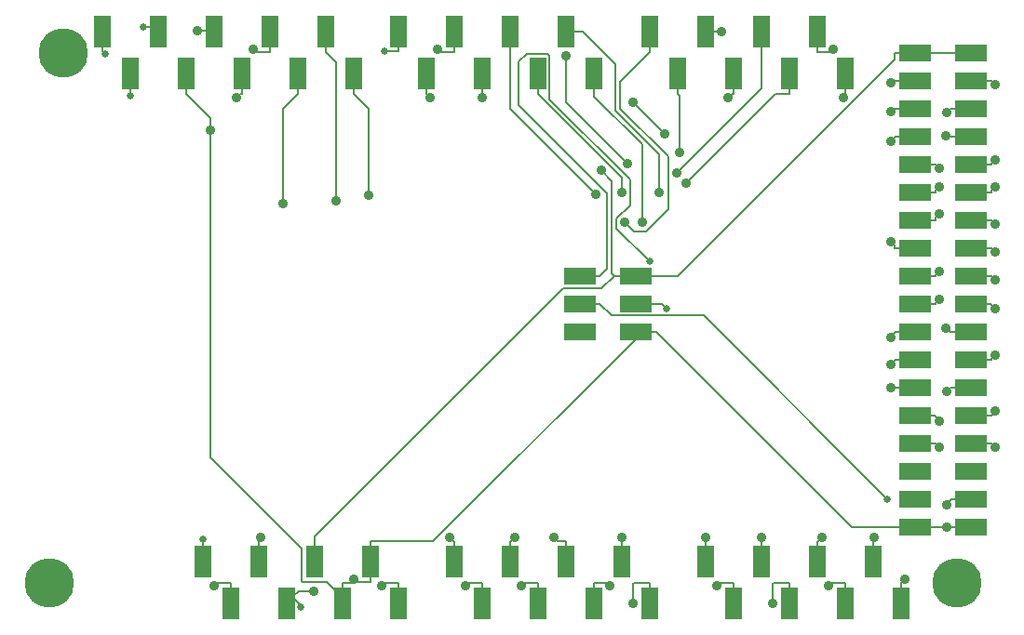
<source format=gbl>
G04 (created by PCBNEW-RS274X (2012-01-19 BZR 3256)-stable) date 16/02/2013 15:24:50*
G01*
G70*
G90*
%MOIN*%
G04 Gerber Fmt 3.4, Leading zero omitted, Abs format*
%FSLAX34Y34*%
G04 APERTURE LIST*
%ADD10C,0.006000*%
%ADD11R,0.060000X0.118100*%
%ADD12R,0.118100X0.060000*%
%ADD13C,0.177200*%
%ADD14C,0.035000*%
%ADD15C,0.026000*%
%ADD16C,0.008000*%
G04 APERTURE END LIST*
G54D10*
G54D11*
X07000Y02250D03*
X08000Y00750D03*
X09000Y02250D03*
X10000Y00750D03*
X11000Y02250D03*
X12000Y00750D03*
X13000Y02250D03*
X14000Y00750D03*
X16000Y02250D03*
X17000Y00750D03*
X18000Y02250D03*
X19000Y00750D03*
X20000Y02250D03*
X21000Y00750D03*
X22000Y02250D03*
X23000Y00750D03*
X25000Y02250D03*
X26000Y00750D03*
X27000Y02250D03*
X28000Y00750D03*
X29000Y02250D03*
X30000Y00750D03*
X31000Y02250D03*
X32000Y00750D03*
X14000Y21250D03*
X15000Y19750D03*
X16000Y21250D03*
X17000Y19750D03*
X18000Y21250D03*
X19000Y19750D03*
X20000Y21250D03*
X21000Y19750D03*
X23000Y21250D03*
X24000Y19750D03*
X25000Y21250D03*
X26000Y19750D03*
X27000Y21250D03*
X28000Y19750D03*
X29000Y21250D03*
X30000Y19750D03*
X03400Y21250D03*
X04400Y19750D03*
X05400Y21250D03*
X06400Y19750D03*
X07400Y21250D03*
X08400Y19750D03*
X09400Y21250D03*
X10400Y19750D03*
X11400Y21250D03*
X12400Y19750D03*
G54D12*
X20500Y12500D03*
X22500Y12500D03*
X22500Y11500D03*
X22500Y10500D03*
X20500Y11500D03*
X20500Y10500D03*
X32500Y20500D03*
X34500Y20500D03*
X32500Y15500D03*
X34500Y19500D03*
X32500Y14500D03*
X34500Y18500D03*
X32500Y13500D03*
X34500Y17500D03*
X32500Y12500D03*
X34500Y16500D03*
X32500Y11500D03*
X34500Y15500D03*
X32500Y10500D03*
X34500Y14500D03*
X32500Y09500D03*
X34500Y13500D03*
X32500Y08500D03*
X34500Y12500D03*
X32500Y07500D03*
X34500Y11500D03*
X32500Y06500D03*
X34500Y10500D03*
X32500Y05500D03*
X34500Y09500D03*
X34500Y08500D03*
X32500Y04500D03*
X34500Y07500D03*
X34500Y05500D03*
X34500Y04500D03*
X34500Y03500D03*
X32500Y03500D03*
X32500Y19500D03*
X32500Y18500D03*
X32500Y17500D03*
X32500Y16500D03*
X34500Y06500D03*
G54D13*
X01500Y01500D03*
X02000Y20500D03*
X34000Y01500D03*
G54D14*
X13405Y01380D03*
G54D15*
X10518Y00614D03*
G54D14*
X10984Y01186D03*
X21269Y16272D03*
G54D15*
X04886Y21411D03*
G54D14*
X08204Y18871D03*
X06808Y21271D03*
X31629Y19432D03*
X35372Y19361D03*
X33629Y18338D03*
X33620Y17517D03*
X35372Y16647D03*
X35374Y15676D03*
X33380Y14730D03*
X35378Y14355D03*
X35373Y13360D03*
X35374Y12359D03*
X35369Y11317D03*
X31629Y10300D03*
X33622Y10630D03*
X31626Y09325D03*
X35378Y09660D03*
X31626Y08486D03*
X33631Y08365D03*
X35379Y07646D03*
X35372Y06346D03*
X33625Y04300D03*
G54D15*
X13522Y20536D03*
G54D14*
X07412Y01381D03*
X09065Y03129D03*
G54D15*
X07000Y03067D03*
X03493Y20444D03*
X04400Y18937D03*
G54D14*
X27000Y03119D03*
X27422Y00750D03*
X29183Y03124D03*
X18421Y01388D03*
X19580Y03119D03*
X21590Y01375D03*
X25421Y01384D03*
X25579Y21250D03*
X25820Y18872D03*
X33377Y16356D03*
X31629Y18372D03*
X31630Y17311D03*
X31625Y13730D03*
X33377Y15695D03*
X33370Y12649D03*
X09877Y15082D03*
X11779Y15176D03*
X12943Y15396D03*
X07277Y17718D03*
X33625Y03500D03*
X12420Y01615D03*
G54D15*
X22997Y13017D03*
X23608Y11332D03*
G54D14*
X22422Y18718D03*
X23545Y17585D03*
X20000Y20380D03*
X22195Y16516D03*
G54D15*
X31517Y04500D03*
G54D14*
X29925Y18872D03*
X29581Y20616D03*
X08822Y20612D03*
X15151Y18878D03*
X15422Y20612D03*
X17000Y18869D03*
X29409Y01375D03*
X31040Y03124D03*
X32153Y01625D03*
X22725Y14411D03*
X23338Y15482D03*
X22003Y15486D03*
X21080Y15419D03*
X16411Y01370D03*
X33372Y11665D03*
X15831Y03123D03*
X24059Y16911D03*
X22120Y14407D03*
X22421Y00750D03*
X18185Y03122D03*
X22000Y03130D03*
X24296Y15804D03*
X23977Y16184D03*
X33372Y06347D03*
X25000Y03123D03*
X33376Y07292D03*
G54D16*
X14000Y01483D02*
X14000Y00750D01*
X13508Y01483D02*
X14000Y01483D01*
X13405Y01380D02*
X13508Y01483D01*
X10218Y00968D02*
X10518Y00668D01*
X10518Y00668D02*
X10518Y00614D01*
X10218Y00968D02*
X10436Y01186D01*
X10000Y00750D02*
X10218Y00968D01*
X10436Y01186D02*
X10984Y01186D01*
X21643Y15898D02*
X21643Y12583D01*
X31766Y20500D02*
X32500Y20500D01*
X31766Y20249D02*
X31766Y20500D01*
X24017Y12500D02*
X31766Y20249D01*
X22500Y12500D02*
X24017Y12500D01*
X21643Y12583D02*
X21726Y12500D01*
X21269Y16272D02*
X21643Y15898D01*
X34500Y20500D02*
X32500Y20500D01*
X22500Y12500D02*
X21726Y12500D01*
X11000Y03159D02*
X11000Y02250D01*
X21283Y12057D02*
X19898Y12057D01*
X21726Y12500D02*
X21283Y12057D01*
X19898Y12057D02*
X11000Y03159D01*
X05239Y21411D02*
X04886Y21411D01*
X05400Y21250D02*
X05239Y21411D01*
X08400Y19750D02*
X08400Y19016D01*
X08349Y19016D02*
X08204Y18871D01*
X08400Y19016D02*
X08349Y19016D01*
X06808Y21271D02*
X07379Y21271D01*
X07379Y21271D02*
X07400Y21250D01*
X31698Y19432D02*
X31766Y19500D01*
X31629Y19432D02*
X31698Y19432D01*
X31766Y19500D02*
X32500Y19500D01*
X35233Y19500D02*
X34500Y19500D01*
X35372Y19361D02*
X35233Y19500D01*
X34500Y18500D02*
X33766Y18500D01*
X33766Y18500D02*
X33766Y18475D01*
X33766Y18475D02*
X33629Y18338D01*
X33749Y17517D02*
X33620Y17517D01*
X33766Y17500D02*
X33749Y17517D01*
X34500Y17500D02*
X33766Y17500D01*
X35233Y16500D02*
X34500Y16500D01*
X35233Y16508D02*
X35233Y16500D01*
X35372Y16647D02*
X35233Y16508D01*
X34500Y15500D02*
X35233Y15500D01*
X35233Y15535D02*
X35374Y15676D01*
X35233Y15500D02*
X35233Y15535D01*
X33233Y14500D02*
X32500Y14500D01*
X33233Y14583D02*
X33233Y14500D01*
X33380Y14730D02*
X33233Y14583D01*
X35233Y14500D02*
X35378Y14355D01*
X34500Y14500D02*
X35233Y14500D01*
X35373Y13360D02*
X35233Y13500D01*
X35233Y13500D02*
X34500Y13500D01*
X35233Y12500D02*
X34500Y12500D01*
X35374Y12359D02*
X35233Y12500D01*
X35233Y11500D02*
X34500Y11500D01*
X35233Y11453D02*
X35233Y11500D01*
X35369Y11317D02*
X35233Y11453D01*
X31766Y10500D02*
X32500Y10500D01*
X31766Y10437D02*
X31766Y10500D01*
X31629Y10300D02*
X31766Y10437D01*
X33766Y10500D02*
X33636Y10630D01*
X33636Y10630D02*
X33622Y10630D01*
X34500Y10500D02*
X33766Y10500D01*
X31766Y09465D02*
X31626Y09325D01*
X31766Y09500D02*
X31766Y09465D01*
X32500Y09500D02*
X31766Y09500D01*
X35233Y09515D02*
X35378Y09660D01*
X35233Y09500D02*
X35233Y09515D01*
X34500Y09500D02*
X35233Y09500D01*
X31752Y08486D02*
X31626Y08486D01*
X32500Y08500D02*
X31766Y08500D01*
X31766Y08500D02*
X31752Y08486D01*
X33631Y08365D02*
X33766Y08500D01*
X33766Y08500D02*
X34500Y08500D01*
X35233Y07500D02*
X35379Y07646D01*
X34500Y07500D02*
X35233Y07500D01*
X35233Y06485D02*
X35372Y06346D01*
X35233Y06500D02*
X35233Y06485D01*
X34500Y06500D02*
X35233Y06500D01*
X33766Y04441D02*
X33766Y04500D01*
X33625Y04300D02*
X33766Y04441D01*
X33766Y04500D02*
X34500Y04500D01*
X14000Y21250D02*
X14000Y20536D01*
X14000Y20536D02*
X13522Y20536D01*
X08000Y01483D02*
X08000Y00750D01*
X07514Y01483D02*
X08000Y01483D01*
X07412Y01381D02*
X07514Y01483D01*
X09065Y03129D02*
X09065Y03048D01*
X09065Y03048D02*
X09000Y02983D01*
X09000Y02983D02*
X09000Y02250D01*
X07000Y02250D02*
X07000Y03067D01*
X03493Y20444D02*
X03401Y20536D01*
X03401Y20536D02*
X03400Y20536D01*
X03400Y21250D02*
X03400Y20536D01*
X04400Y19750D02*
X04400Y18937D01*
X27000Y02250D02*
X27000Y03119D01*
X27422Y01461D02*
X27422Y00750D01*
X27444Y01483D02*
X27422Y01461D01*
X28000Y00750D02*
X28000Y01483D01*
X28000Y01483D02*
X27444Y01483D01*
X29000Y02983D02*
X29000Y02250D01*
X29042Y02983D02*
X29000Y02983D01*
X29183Y03124D02*
X29042Y02983D01*
X19000Y01483D02*
X19000Y00750D01*
X18516Y01483D02*
X19000Y01483D01*
X18421Y01388D02*
X18516Y01483D01*
X20000Y02983D02*
X19716Y02983D01*
X19716Y02983D02*
X19580Y03119D01*
X20000Y02250D02*
X20000Y02983D01*
X21482Y01483D02*
X21590Y01375D01*
X21000Y01483D02*
X21482Y01483D01*
X21000Y00750D02*
X21000Y01483D01*
X25520Y01483D02*
X26000Y01483D01*
X26000Y01483D02*
X26000Y00750D01*
X25421Y01384D02*
X25520Y01483D01*
X25000Y21250D02*
X25579Y21250D01*
X25964Y19016D02*
X25820Y18872D01*
X26000Y19750D02*
X26000Y19016D01*
X26000Y19016D02*
X25964Y19016D01*
X33233Y16500D02*
X32500Y16500D01*
X33377Y16356D02*
X33233Y16500D01*
X31638Y18372D02*
X31629Y18372D01*
X31766Y18500D02*
X31638Y18372D01*
X32500Y18500D02*
X31766Y18500D01*
X32500Y17500D02*
X31766Y17500D01*
X31766Y17447D02*
X31630Y17311D01*
X31766Y17500D02*
X31766Y17447D01*
X31766Y13500D02*
X32500Y13500D01*
X31766Y13589D02*
X31766Y13500D01*
X31625Y13730D02*
X31766Y13589D01*
X33233Y15500D02*
X33233Y15551D01*
X33233Y15551D02*
X33377Y15695D01*
X32500Y15500D02*
X33233Y15500D01*
X33233Y12512D02*
X33370Y12649D01*
X33233Y12500D02*
X33233Y12512D01*
X32500Y12500D02*
X33233Y12500D01*
X10400Y19016D02*
X09877Y18493D01*
X09877Y18493D02*
X09877Y15082D01*
X10400Y19750D02*
X10400Y19016D01*
X11400Y20516D02*
X11779Y20137D01*
X11779Y20137D02*
X11779Y15176D01*
X11400Y21250D02*
X11400Y20516D01*
X12400Y19016D02*
X12400Y19750D01*
X12943Y18473D02*
X12400Y19016D01*
X12943Y15396D02*
X12943Y18473D01*
X06400Y19750D02*
X06400Y19016D01*
X30233Y03500D02*
X32500Y03500D01*
X13000Y02983D02*
X15240Y02983D01*
X06400Y19016D02*
X07277Y18139D01*
X07277Y18139D02*
X07277Y17718D01*
X12000Y00750D02*
X12000Y00959D01*
X22500Y10500D02*
X22757Y10500D01*
X22757Y10500D02*
X23233Y10500D01*
X15240Y02983D02*
X22757Y10500D01*
X12420Y01516D02*
X12387Y01483D01*
X13000Y02250D02*
X13000Y02983D01*
X34500Y03500D02*
X33625Y03500D01*
X12420Y01516D02*
X12420Y01615D01*
X10556Y02712D02*
X10556Y01537D01*
X11444Y01515D02*
X12000Y00959D01*
X10578Y01515D02*
X11444Y01515D01*
X10556Y01537D02*
X10578Y01515D01*
X23233Y10500D02*
X30233Y03500D01*
X07277Y05991D02*
X10556Y02712D01*
X07277Y17718D02*
X07277Y05991D01*
X12000Y01483D02*
X12000Y00959D01*
X12387Y01483D02*
X12000Y01483D01*
X13000Y01516D02*
X12420Y01516D01*
X13000Y02250D02*
X13000Y01516D01*
X32500Y03500D02*
X33625Y03500D01*
X21821Y14540D02*
X21821Y14193D01*
X21821Y14193D02*
X22997Y13017D01*
X18598Y20464D02*
X19350Y20464D01*
X21213Y12500D02*
X21479Y12766D01*
X22314Y15033D02*
X21821Y14540D01*
X22314Y15934D02*
X22314Y15033D01*
X19350Y20464D02*
X19423Y20391D01*
X19423Y20391D02*
X19423Y18825D01*
X21479Y12766D02*
X21479Y15443D01*
X21479Y15443D02*
X18312Y18610D01*
X18312Y20178D02*
X18598Y20464D01*
X18312Y18610D02*
X18312Y20178D01*
X19423Y18825D02*
X22314Y15934D01*
X20500Y12500D02*
X21213Y12500D01*
X22500Y11500D02*
X23213Y11500D01*
X23440Y11500D02*
X23608Y11332D01*
X23213Y11500D02*
X23440Y11500D01*
X23545Y17585D02*
X22422Y18708D01*
X22422Y18708D02*
X22422Y18718D01*
X20000Y20380D02*
X20000Y18711D01*
X20000Y18711D02*
X22195Y16516D01*
X20500Y11500D02*
X21213Y11500D01*
X24940Y11077D02*
X31517Y04500D01*
X21636Y11077D02*
X24940Y11077D01*
X21213Y11500D02*
X21636Y11077D01*
X30000Y18947D02*
X29925Y18872D01*
X30000Y19750D02*
X30000Y18947D01*
X29581Y20616D02*
X29481Y20516D01*
X29000Y20516D02*
X29000Y21250D01*
X29481Y20516D02*
X29000Y20516D01*
X09400Y20516D02*
X09400Y21250D01*
X08918Y20516D02*
X09400Y20516D01*
X08822Y20612D02*
X08918Y20516D01*
X15000Y19016D02*
X15013Y19016D01*
X15000Y19750D02*
X15000Y19016D01*
X15013Y19016D02*
X15151Y18878D01*
X15518Y20516D02*
X15422Y20612D01*
X16000Y20516D02*
X15518Y20516D01*
X16000Y21250D02*
X16000Y20516D01*
X17000Y19750D02*
X17000Y18869D01*
X29517Y01483D02*
X30000Y01483D01*
X29409Y01375D02*
X29517Y01483D01*
X30000Y01483D02*
X30000Y00750D01*
X31040Y03023D02*
X31000Y02983D01*
X31000Y02983D02*
X31000Y02250D01*
X31040Y03124D02*
X31040Y03023D01*
X32000Y01483D02*
X32000Y00750D01*
X32011Y01483D02*
X32000Y01483D01*
X32153Y01625D02*
X32011Y01483D01*
X21000Y18928D02*
X22725Y17203D01*
X22725Y17203D02*
X22725Y14411D01*
X21000Y19750D02*
X21000Y18928D01*
X23338Y16850D02*
X23338Y15482D01*
X21765Y18423D02*
X23338Y16850D01*
X21765Y20077D02*
X21765Y18423D01*
X20000Y21250D02*
X20592Y21250D01*
X20592Y21250D02*
X21765Y20077D01*
X22003Y16013D02*
X22003Y15486D01*
X19000Y19016D02*
X22003Y16013D01*
X19000Y19750D02*
X19000Y19016D01*
X18000Y21250D02*
X18000Y18499D01*
X18000Y18499D02*
X21080Y15419D01*
X17000Y01483D02*
X17000Y00750D01*
X16524Y01483D02*
X17000Y01483D01*
X16411Y01370D02*
X16524Y01483D01*
X33233Y11526D02*
X33372Y11665D01*
X33233Y11500D02*
X33233Y11526D01*
X32500Y11500D02*
X33233Y11500D01*
X16000Y02983D02*
X15971Y02983D01*
X15971Y02983D02*
X15831Y03123D01*
X16000Y02250D02*
X16000Y02983D01*
X24000Y19016D02*
X24059Y18957D01*
X24000Y19750D02*
X24000Y19016D01*
X24059Y18957D02*
X24059Y16911D01*
X23000Y21250D02*
X23000Y20516D01*
X22435Y14092D02*
X22120Y14407D01*
X22858Y14092D02*
X22435Y14092D01*
X23657Y14891D02*
X22858Y14092D01*
X23657Y16791D02*
X23657Y14891D01*
X21948Y18500D02*
X23657Y16791D01*
X21948Y19464D02*
X21948Y18500D01*
X23000Y20516D02*
X21948Y19464D01*
X23000Y01483D02*
X22443Y01483D01*
X22443Y01483D02*
X22421Y01461D01*
X23000Y00750D02*
X23000Y01483D01*
X22421Y01461D02*
X22421Y00750D01*
X18000Y02983D02*
X18000Y02250D01*
X18046Y02983D02*
X18000Y02983D01*
X18185Y03122D02*
X18046Y02983D01*
X22000Y02250D02*
X22000Y03130D01*
X27508Y19016D02*
X24296Y15804D01*
X28000Y19016D02*
X27508Y19016D01*
X28000Y19750D02*
X28000Y19016D01*
X27000Y19207D02*
X23977Y16184D01*
X27000Y21250D02*
X27000Y19207D01*
X33233Y06500D02*
X32500Y06500D01*
X33233Y06486D02*
X33233Y06500D01*
X33372Y06347D02*
X33233Y06486D01*
X25000Y02250D02*
X25000Y03123D01*
X33233Y07500D02*
X32500Y07500D01*
X33233Y07435D02*
X33233Y07500D01*
X33376Y07292D02*
X33233Y07435D01*
M02*

</source>
